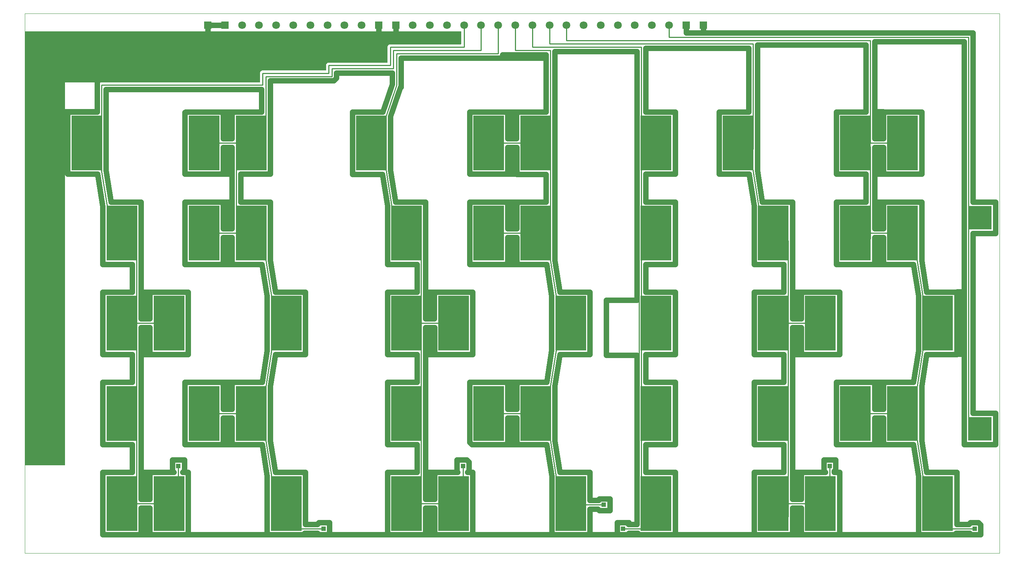
<source format=gbr>
%TF.GenerationSoftware,KiCad,Pcbnew,7.0.7*%
%TF.CreationDate,2023-10-28T12:22:14-07:00*%
%TF.ProjectId,MF50,4d463530-2e6b-4696-9361-645f70636258,rev?*%
%TF.SameCoordinates,Original*%
%TF.FileFunction,Copper,L2,Bot*%
%TF.FilePolarity,Positive*%
%FSLAX46Y46*%
G04 Gerber Fmt 4.6, Leading zero omitted, Abs format (unit mm)*
G04 Created by KiCad (PCBNEW 7.0.7) date 2023-10-28 12:22:14*
%MOMM*%
%LPD*%
G01*
G04 APERTURE LIST*
%TA.AperFunction,SMDPad,CuDef*%
%ADD10R,7.110000X12.700000*%
%TD*%
%TA.AperFunction,SMDPad,CuDef*%
%ADD11R,5.500000X5.500000*%
%TD*%
%TA.AperFunction,ComponentPad*%
%ADD12R,1.800000X1.800000*%
%TD*%
%TA.AperFunction,ComponentPad*%
%ADD13C,1.800000*%
%TD*%
%TA.AperFunction,SMDPad,CuDef*%
%ADD14R,1.000000X1.000000*%
%TD*%
%TA.AperFunction,Conductor*%
%ADD15C,0.250000*%
%TD*%
%TA.AperFunction,Conductor*%
%ADD16C,1.270000*%
%TD*%
%TA.AperFunction,Profile*%
%ADD17C,0.100000*%
%TD*%
G04 APERTURE END LIST*
D10*
%TO.P,SW4,COL,COL*%
%TO.N,COL_1*%
X199275000Y-122880000D03*
%TD*%
D11*
%TO.P,SW57,COL,COL*%
%TO.N,COL_8*%
X398190000Y-147410000D03*
%TD*%
D10*
%TO.P,SW20,COL,COL*%
%TO.N,COL_3*%
X265255000Y-122880000D03*
%TD*%
%TO.P,SW10,COL,COL*%
%TO.N,COL_2*%
X229245000Y-143810000D03*
%TD*%
%TO.P,SW27,COL,COL*%
%TO.N,COL_4*%
X284305000Y-143810000D03*
%TD*%
%TO.P,SW7,COL,COL*%
%TO.N,COL_1*%
X191145000Y-81020000D03*
%TD*%
%TO.P,SW14,COL,COL*%
%TO.N,COL_2*%
X229245000Y-101950000D03*
%TD*%
%TO.P,SW49,COL,COL*%
%TO.N,COL_7*%
X380255000Y-143810000D03*
%TD*%
%TO.P,SW1,COL,COL*%
%TO.N,COL_1*%
X199275000Y-164740000D03*
%TD*%
%TO.P,SW17,COL,COL*%
%TO.N,COL_3*%
X265255000Y-164740000D03*
%TD*%
%TO.P,SW15,COL,COL*%
%TO.N,COL_2*%
X218325000Y-81020000D03*
%TD*%
%TO.P,CAL1,COL,COL*%
%TO.N,COL_7*%
X388385000Y-164740000D03*
%TD*%
%TO.P,SW52,COL,COL*%
%TO.N,COL_7*%
X369335000Y-101950000D03*
%TD*%
%TO.P,SW41,COL,COL*%
%TO.N,COL_6*%
X350285000Y-164740000D03*
%TD*%
%TO.P,SW6,COL,COL*%
%TO.N,COL_1*%
X199275000Y-101950000D03*
%TD*%
%TO.P,SW47,COL,COL*%
%TO.N,COL_6*%
X342155000Y-81020000D03*
%TD*%
%TO.P,SW3,COL,COL*%
%TO.N,COL_1*%
X199275000Y-143810000D03*
%TD*%
%TO.P,SW29,COL,COL*%
%TO.N,COL_4*%
X284305000Y-101950000D03*
%TD*%
%TO.P,SW39,COL,COL*%
%TO.N,COL_5*%
X323105000Y-81020000D03*
%TD*%
%TO.P,SW45,COL,COL*%
%TO.N,COL_6*%
X361205000Y-122880000D03*
%TD*%
%TO.P,SW23,COL,COL*%
%TO.N,COL_3*%
X257125000Y-81020000D03*
%TD*%
%TO.P,SW43,COL,COL*%
%TO.N,COL_6*%
X350285000Y-143810000D03*
%TD*%
%TO.P,SW54,COL,COL*%
%TO.N,COL_7*%
X369335000Y-81020000D03*
%TD*%
%TO.P,SW22,COL,COL*%
%TO.N,COL_3*%
X265255000Y-101950000D03*
%TD*%
%TO.P,SW37,COL,COL*%
%TO.N,COL_5*%
X323105000Y-101950000D03*
%TD*%
%TO.P,SW50,COL,COL*%
%TO.N,COL_7*%
X369335000Y-143810000D03*
%TD*%
%TO.P,SW13,COL,COL*%
%TO.N,COL_2*%
X218325000Y-101950000D03*
%TD*%
%TO.P,SW42,COL,COL*%
%TO.N,COL_6*%
X361205000Y-164740000D03*
%TD*%
%TO.P,SW19,COL,COL*%
%TO.N,COL_3*%
X265255000Y-143810000D03*
%TD*%
%TO.P,SW21,COL,COL*%
%TO.N,COL_3*%
X276175000Y-122880000D03*
%TD*%
%TO.P,SW9,COL,COL*%
%TO.N,COL_2*%
X237375000Y-164740000D03*
%TD*%
%TO.P,SW18,COL,COL*%
%TO.N,COL_3*%
X276175000Y-164740000D03*
%TD*%
%TO.P,SW30,COL,COL*%
%TO.N,COL_4*%
X295225000Y-101950000D03*
%TD*%
%TO.P,SW55,COL,COL*%
%TO.N,COL_7*%
X380255000Y-81020000D03*
%TD*%
%TO.P,SW26,COL,COL*%
%TO.N,COL_4*%
X295225000Y-143810000D03*
%TD*%
%TO.P,SW46,COL,COL*%
%TO.N,COL_6*%
X350285000Y-101950000D03*
%TD*%
%TO.P,SW53,COL,COL*%
%TO.N,COL_7*%
X380255000Y-101950000D03*
%TD*%
%TO.P,SW31,COL,COL*%
%TO.N,COL_4*%
X284305000Y-81020000D03*
%TD*%
%TO.P,SW5,COL,COL*%
%TO.N,COL_1*%
X210195000Y-122880000D03*
%TD*%
%TO.P,SW28,COL,COL*%
%TO.N,COL_4*%
X303355000Y-122880000D03*
%TD*%
%TO.P,SW32,COL,COL*%
%TO.N,COL_4*%
X295225000Y-81020000D03*
%TD*%
%TO.P,SW12,COL,COL*%
%TO.N,COL_2*%
X237375000Y-122880000D03*
%TD*%
%TO.P,SW36,COL,COL*%
%TO.N,COL_5*%
X323105000Y-122880000D03*
%TD*%
%TO.P,SW33,COL,COL*%
%TO.N,COL_5*%
X323105000Y-164740000D03*
%TD*%
%TO.P,SW11,COL,COL*%
%TO.N,COL_2*%
X218325000Y-143810000D03*
%TD*%
%TO.P,SW25,COL,COL*%
%TO.N,COL_4*%
X303355000Y-164740000D03*
%TD*%
%TO.P,SW51,COL,COL*%
%TO.N,COL_7*%
X388385000Y-122880000D03*
%TD*%
D12*
%TO.P,J1,1,GND*%
%TO.N,GND*%
X219210000Y-53695000D03*
%TO.P,J1,2,GND*%
X223170000Y-53695000D03*
D13*
%TO.P,J1,3,ROW_1*%
%TO.N,ROW_1*%
X227130000Y-53695000D03*
%TO.P,J1,4,ROW_2*%
%TO.N,ROW_2*%
X231090000Y-53695000D03*
%TO.P,J1,5,ROW_3*%
%TO.N,ROW_3*%
X235050000Y-53695000D03*
%TO.P,J1,6,ROW_4*%
%TO.N,ROW_4*%
X239010000Y-53695000D03*
%TO.P,J1,7,ROW_5*%
%TO.N,ROW_5*%
X242970000Y-53695000D03*
%TO.P,J1,8,ROW_6*%
%TO.N,ROW_6*%
X246930000Y-53695000D03*
%TO.P,J1,9,ROW_7*%
%TO.N,ROW_7*%
X250890000Y-53695000D03*
%TO.P,J1,10,ROW_8*%
%TO.N,ROW_8*%
X254850000Y-53695000D03*
D12*
%TO.P,J1,11,GND*%
%TO.N,GND*%
X258810000Y-53695000D03*
%TO.P,J1,12,GND*%
X262770000Y-53695000D03*
D13*
%TO.P,J1,13,COL_1*%
%TO.N,unconnected-(J1-COL_1-Pad13)*%
X266730000Y-53695000D03*
%TO.P,J1,14,COL_2*%
%TO.N,unconnected-(J1-COL_2-Pad14)*%
X270690000Y-53695000D03*
%TO.P,J1,15,COL_3*%
%TO.N,unconnected-(J1-COL_3-Pad15)*%
X274650000Y-53695000D03*
%TO.P,J1,16,COL_4*%
%TO.N,COL_1*%
X278610000Y-53695000D03*
%TO.P,J1,17,COL_5*%
%TO.N,COL_2*%
X282570000Y-53695000D03*
%TO.P,J1,18,COL_6*%
%TO.N,COL_3*%
X286530000Y-53695000D03*
%TO.P,J1,19,COL_7*%
%TO.N,COL_4*%
X290490000Y-53695000D03*
%TO.P,J1,20,COL_8*%
%TO.N,COL_5*%
X294450000Y-53665000D03*
%TO.P,J1,21,COL_9*%
%TO.N,COL_6*%
X298410000Y-53665000D03*
%TO.P,J1,22,COL_A*%
%TO.N,COL_7*%
X302370000Y-53665000D03*
%TO.P,J1,23,COL_B*%
%TO.N,unconnected-(J1-COL_B-Pad23)*%
X306330000Y-53665000D03*
%TO.P,J1,24,COL_C*%
%TO.N,unconnected-(J1-COL_C-Pad24)*%
X310290000Y-53665000D03*
%TO.P,J1,25,COL_D*%
%TO.N,unconnected-(J1-COL_D-Pad25)*%
X314250000Y-53665000D03*
%TO.P,J1,26,COL_E*%
%TO.N,unconnected-(J1-COL_E-Pad26)*%
X318210000Y-53665000D03*
%TO.P,J1,27,COL_F*%
%TO.N,unconnected-(J1-COL_F-Pad27)*%
X322170000Y-53665000D03*
%TO.P,J1,28,COL_G*%
%TO.N,COL_8*%
X326130000Y-53665000D03*
D12*
%TO.P,J1,29,GND*%
%TO.N,GND*%
X330090000Y-53665000D03*
%TO.P,J1,30,GND*%
X334050000Y-53665000D03*
%TD*%
D10*
%TO.P,SW34,COL,COL*%
%TO.N,COL_5*%
X323105000Y-143810000D03*
%TD*%
%TO.P,SW44,COL,COL*%
%TO.N,COL_6*%
X350285000Y-122880000D03*
%TD*%
%TO.P,SW2,COL,COL*%
%TO.N,COL_1*%
X210195000Y-164740000D03*
%TD*%
D11*
%TO.P,SW61,COL,COL*%
%TO.N,COL_8*%
X398190000Y-98350000D03*
%TD*%
D10*
%TO.P,SW16,COL,COL*%
%TO.N,COL_2*%
X229245000Y-81020000D03*
%TD*%
D14*
%TO.P,TP9,1,1*%
%TO.N,COL_1*%
X212370000Y-156000000D03*
%TD*%
%TO.P,TP14,1,1*%
%TO.N,COL_6*%
X363380000Y-156000000D03*
%TD*%
%TO.P,TP13,1,1*%
%TO.N,COL_5*%
X315460000Y-170580000D03*
%TD*%
%TO.P,TP10,1,1*%
%TO.N,COL_2*%
X246000000Y-170580000D03*
%TD*%
%TO.P,TP12,1,1*%
%TO.N,COL_4*%
X311000000Y-165000000D03*
%TD*%
%TO.P,TP11,1,1*%
%TO.N,COL_3*%
X278350000Y-156000000D03*
%TD*%
%TO.P,TP15,1,1*%
%TO.N,COL_7*%
X397000000Y-170580000D03*
%TD*%
D15*
%TO.N,COL_7*%
X369335000Y-101950000D02*
X380400000Y-101950000D01*
X372760000Y-81090000D02*
X372760000Y-57250000D01*
X386113079Y-122010885D02*
X383370000Y-139330000D01*
X372760000Y-57250000D02*
X302370000Y-57250000D01*
X302370000Y-53665000D02*
X302370000Y-57250000D01*
X383068460Y-104520442D02*
X385811539Y-121839557D01*
X369335000Y-81020000D02*
X380400000Y-81020000D01*
X372760000Y-81885000D02*
X372760000Y-103270000D01*
X397000000Y-170580000D02*
X388980000Y-170580000D01*
X383178460Y-147070442D02*
X385921539Y-164389557D01*
X369335000Y-143810000D02*
X380240000Y-143810000D01*
D16*
%TO.N,GND*%
X327545000Y-151045000D02*
X320689000Y-151045000D01*
X337715000Y-73785000D02*
X344570000Y-73785000D01*
X262770000Y-53695000D02*
X262770000Y-56660000D01*
X346600000Y-87430000D02*
X347750000Y-94715000D01*
X375800000Y-151030000D02*
X375800000Y-144820000D01*
X261990000Y-64760000D02*
X261990000Y-67400298D01*
X271735000Y-115645000D02*
X271730000Y-115650000D01*
X375810000Y-109180000D02*
X375810000Y-102960000D01*
X352700000Y-136575000D02*
X352700000Y-130115000D01*
X327545000Y-157505000D02*
X327545000Y-171975000D01*
X193650000Y-88255000D02*
X194830000Y-95710000D01*
X264010000Y-61260000D02*
X297640000Y-61260000D01*
X194835000Y-171975000D02*
X203715000Y-171975000D01*
X365645000Y-157505000D02*
X365645000Y-171975000D01*
X222765000Y-82030000D02*
X222765000Y-88255000D01*
X373775000Y-151045000D02*
X375815000Y-151045000D01*
X201690000Y-130115000D02*
X201690000Y-136575000D01*
X373775000Y-136575000D02*
X373775000Y-142795000D01*
X249020000Y-64760000D02*
X261990000Y-64760000D01*
X231774225Y-136575000D02*
X232930000Y-129250000D01*
X194835000Y-157505000D02*
X194835000Y-171975000D01*
X271735000Y-130115000D02*
X269860000Y-130115000D01*
X306315000Y-171975000D02*
X300565000Y-171975000D01*
X263515000Y-171975000D02*
X260815000Y-171975000D01*
X297640000Y-73785000D02*
X297640000Y-61260000D01*
X299665000Y-150200000D02*
X300830000Y-157500000D01*
X309600000Y-166010000D02*
X307800000Y-166010000D01*
X297640000Y-61260000D02*
X297640000Y-60510000D01*
X373780000Y-142800000D02*
X375810000Y-142800000D01*
X260815000Y-109185000D02*
X260815000Y-95540000D01*
X280380000Y-151045000D02*
X279865000Y-150530000D01*
X269695000Y-165750000D02*
X269695000Y-171975000D01*
X205755000Y-121870000D02*
X203720000Y-121870000D01*
X271735000Y-130115000D02*
X280615000Y-130115000D01*
X247385000Y-171935000D02*
X247385000Y-169195000D01*
X262735000Y-94715000D02*
X262730000Y-94710000D01*
X297750000Y-151050000D02*
X290790000Y-151050000D01*
X307795000Y-171975000D02*
X306315000Y-171975000D01*
X375815000Y-151045000D02*
X375800000Y-151030000D01*
X373775000Y-144820000D02*
X373775000Y-151045000D01*
X233715000Y-171975000D02*
X232935000Y-171975000D01*
X290780000Y-100940000D02*
X290785000Y-100935000D01*
X345840000Y-95590000D02*
X344680000Y-88255000D01*
X203720000Y-115660000D02*
X203720000Y-94720000D01*
X334085000Y-53665000D02*
X334090000Y-53670000D01*
X261565000Y-87350000D02*
X261565000Y-74810131D01*
X401825000Y-94715000D02*
X401825000Y-101985000D01*
X233685000Y-94715000D02*
X226830000Y-94715000D01*
X392840000Y-169570000D02*
X395610000Y-169570000D01*
X320685000Y-115645000D02*
X327545000Y-115645000D01*
X224805000Y-109185000D02*
X224805000Y-102970000D01*
X271730000Y-115650000D02*
X271730000Y-121870000D01*
X383940000Y-116510000D02*
X382784664Y-109185000D01*
X298915000Y-171975000D02*
X298915000Y-158380000D01*
X222765000Y-73785000D02*
X222770000Y-73790000D01*
X222765000Y-144820000D02*
X222765000Y-151045000D01*
X316700000Y-169570000D02*
X318650000Y-169570000D01*
X201690000Y-151045000D02*
X201690000Y-157505000D01*
X327545000Y-88255000D02*
X320690000Y-88255000D01*
X397880000Y-169195000D02*
X398385000Y-169700000D01*
X298910000Y-129200000D02*
X298910000Y-116484603D01*
X195590000Y-87330000D02*
X195590000Y-68600000D01*
X252685000Y-73785000D02*
X259782129Y-73785000D01*
X247345000Y-171975000D02*
X263515000Y-171975000D01*
X224795000Y-136575000D02*
X224800000Y-136580000D01*
X300565000Y-171975000D02*
X298915000Y-171975000D01*
X327545000Y-94715000D02*
X327545000Y-109185000D01*
X205750000Y-130110000D02*
X203740000Y-130110000D01*
X385860000Y-115645000D02*
X392825000Y-115645000D01*
X383940000Y-129235000D02*
X383940000Y-116510000D01*
X290780000Y-73790000D02*
X290785000Y-73785000D01*
X219210000Y-53695000D02*
X219210000Y-56240000D01*
X316095000Y-171975000D02*
X321115000Y-171975000D01*
X232935000Y-171975000D02*
X232935000Y-158360000D01*
X203720000Y-94720000D02*
X203715000Y-94715000D01*
X288745000Y-136575000D02*
X290785000Y-136575000D01*
X365645000Y-157505000D02*
X364380000Y-157505000D01*
X259660000Y-88260000D02*
X252690000Y-88260000D01*
X222765000Y-142800000D02*
X224800000Y-142800000D01*
X384695000Y-73785000D02*
X384695000Y-88255000D01*
X344680000Y-88255000D02*
X337715000Y-88255000D01*
X194830000Y-95710000D02*
X194830000Y-109180000D01*
X279865000Y-73865000D02*
X279945000Y-73785000D01*
X232930000Y-129250000D02*
X232930000Y-116525000D01*
X186705000Y-73785000D02*
X186705000Y-88255000D01*
X364900000Y-73780000D02*
X371750000Y-73780000D01*
X398375000Y-171975000D02*
X395805000Y-171975000D01*
X288750000Y-109180000D02*
X290780000Y-109180000D01*
X288745000Y-142800000D02*
X290785000Y-142800000D01*
X279865000Y-88255000D02*
X279865000Y-73865000D01*
X224805000Y-136575000D02*
X231774225Y-136575000D01*
X356765000Y-130115000D02*
X354860000Y-130115000D01*
X224805000Y-102970000D02*
X224795000Y-102960000D01*
X373780000Y-94810000D02*
X373780000Y-96750000D01*
X345845000Y-109185000D02*
X345840000Y-109180000D01*
X375815000Y-109185000D02*
X375810000Y-109180000D01*
X352700000Y-109185000D02*
X345845000Y-109185000D01*
X320684000Y-136569000D02*
X320690000Y-136575000D01*
X224810000Y-151050000D02*
X224805000Y-151045000D01*
X375805000Y-136575000D02*
X375810000Y-136580000D01*
X364895000Y-94715000D02*
X371750000Y-94715000D01*
X279360000Y-157500000D02*
X279735000Y-157125000D01*
X384695000Y-137440000D02*
X384695000Y-150175000D01*
X383955000Y-171975000D02*
X383940000Y-171960000D01*
X311560000Y-130280000D02*
X311540000Y-130300000D01*
X327545000Y-73785000D02*
X327540000Y-73780000D01*
X327545000Y-136575000D02*
X327545000Y-151045000D01*
X205755000Y-157505000D02*
X211350000Y-157505000D01*
X213885000Y-94715000D02*
X222765000Y-94715000D01*
X290790000Y-109190000D02*
X290785000Y-109185000D01*
X260815000Y-171975000D02*
X260815000Y-157505000D01*
X297750000Y-109190000D02*
X290790000Y-109190000D01*
X373790000Y-100940000D02*
X375810000Y-100940000D01*
X205755000Y-157505000D02*
X205755000Y-163730000D01*
X213755000Y-154615000D02*
X213755000Y-157125000D01*
X195580000Y-68590000D02*
X195590000Y-68580000D01*
X203720000Y-121870000D02*
X203720000Y-115660000D01*
X233685000Y-66580000D02*
X248418356Y-66580000D01*
X320689000Y-130115000D02*
X320684000Y-130120000D01*
X271735000Y-165750000D02*
X269695000Y-165750000D01*
X320684000Y-151050000D02*
X320684000Y-157499000D01*
X267665000Y-136575000D02*
X267670000Y-136570000D01*
X375800000Y-80010000D02*
X375800000Y-73800000D01*
X271730000Y-115650000D02*
X269695000Y-115650000D01*
X269695000Y-171975000D02*
X271735000Y-171975000D01*
X352700000Y-157505000D02*
X352700000Y-151045000D01*
X241815000Y-157505000D02*
X241810000Y-157500000D01*
X222770000Y-73790000D02*
X224800000Y-73790000D01*
X375810000Y-100940000D02*
X375810000Y-94720000D01*
X288745000Y-94715000D02*
X290785000Y-94715000D01*
X346600000Y-87430000D02*
X346600000Y-58260000D01*
X298910000Y-116484603D02*
X297750000Y-109190000D01*
X354730000Y-121870000D02*
X356765000Y-121870000D01*
X320689000Y-151045000D02*
X320684000Y-151050000D01*
X311540000Y-130300000D02*
X311540000Y-117480000D01*
X219210000Y-53695000D02*
X223185000Y-53695000D01*
X361995000Y-157160000D02*
X361995000Y-154615000D01*
X222765000Y-136575000D02*
X222765000Y-142800000D01*
X205755000Y-171975000D02*
X214635000Y-171975000D01*
X196740000Y-94715000D02*
X195590000Y-87330000D01*
X299665000Y-108320000D02*
X300830000Y-115640000D01*
X354725000Y-157510000D02*
X354725000Y-163725000D01*
X327545000Y-115645000D02*
X327545000Y-130115000D01*
X232930000Y-116525000D02*
X232935000Y-116520000D01*
X375815000Y-88255000D02*
X375810000Y-88250000D01*
X224805000Y-144820000D02*
X222765000Y-144820000D01*
X263858936Y-68176548D02*
X264010000Y-68025484D01*
X375810000Y-136580000D02*
X375820000Y-136570000D01*
X224805000Y-100940000D02*
X224805000Y-94710000D01*
X271735000Y-157505000D02*
X269700000Y-157505000D01*
X299670000Y-137370000D02*
X299670000Y-150195000D01*
X320684000Y-157499000D02*
X320690000Y-157505000D01*
X261565000Y-74810131D02*
X263858936Y-68176548D01*
X205755000Y-157505000D02*
X203735000Y-157505000D01*
X364765000Y-154615000D02*
X364765000Y-157250000D01*
X356765000Y-115645000D02*
X354905000Y-115645000D01*
X276965000Y-154615000D02*
X276965000Y-157385000D01*
X354730000Y-157505000D02*
X354725000Y-157510000D01*
X392825000Y-130115000D02*
X392820000Y-130120000D01*
X222765000Y-88255000D02*
X213885000Y-88255000D01*
X280615000Y-157505000D02*
X279365000Y-157505000D01*
X364895000Y-73785000D02*
X364900000Y-73780000D01*
X364380000Y-157505000D02*
X364380000Y-157270000D01*
X373775000Y-109185000D02*
X364895000Y-109185000D01*
X213885000Y-109185000D02*
X213885000Y-94715000D01*
X222770000Y-102960000D02*
X222770000Y-109180000D01*
X279735000Y-157125000D02*
X279735000Y-155130000D01*
X201690000Y-109190000D02*
X201690000Y-115645000D01*
X203720000Y-163730000D02*
X203720000Y-157520000D01*
X345845000Y-171955000D02*
X345845000Y-157505000D01*
X318664000Y-117480000D02*
X318664000Y-59760000D01*
X203720000Y-130090000D02*
X203720000Y-123890000D01*
X194835000Y-136575000D02*
X194835000Y-151045000D01*
X371750000Y-94715000D02*
X371750000Y-88255000D01*
X205755000Y-115645000D02*
X203735000Y-115645000D01*
X248418356Y-66580000D02*
X249020000Y-65978356D01*
X247345000Y-171975000D02*
X247385000Y-171935000D01*
X327545000Y-109185000D02*
X320689000Y-109185000D01*
X271730000Y-121870000D02*
X269700000Y-121870000D01*
X356765000Y-157505000D02*
X354730000Y-157505000D01*
X398385000Y-169700000D02*
X398385000Y-171965000D01*
X356750000Y-171960000D02*
X356765000Y-171975000D01*
X354725000Y-171975000D02*
X356765000Y-171975000D01*
X194840000Y-109190000D02*
X201690000Y-109190000D01*
X373775000Y-142795000D02*
X373780000Y-142800000D01*
X269695000Y-171975000D02*
X263515000Y-171975000D01*
X395770000Y-171745000D02*
X395770000Y-171590000D01*
X352700000Y-115645000D02*
X352700000Y-109185000D01*
X258810000Y-53695000D02*
X258810000Y-56560000D01*
X334050000Y-53665000D02*
X334050000Y-55490000D01*
X244600000Y-169570000D02*
X241820000Y-169570000D01*
X290785000Y-142800000D02*
X290785000Y-136575000D01*
X203715000Y-171975000D02*
X205755000Y-171975000D01*
X290785000Y-144820000D02*
X288745000Y-144820000D01*
X371750000Y-73780000D02*
X371750000Y-58260000D01*
X396580000Y-101990000D02*
X396580000Y-143775000D01*
X394555000Y-151045000D02*
X394555000Y-57510000D01*
X356765000Y-123890000D02*
X354725000Y-123890000D01*
X345845000Y-157505000D02*
X352700000Y-157505000D01*
X320690000Y-94715000D02*
X327545000Y-94715000D01*
X222765000Y-136575000D02*
X224795000Y-136575000D01*
X356765000Y-130115000D02*
X356765000Y-123890000D01*
X214635000Y-171975000D02*
X214635000Y-157505000D01*
X232935000Y-116520000D02*
X231770000Y-109190000D01*
X318665000Y-171975000D02*
X321115000Y-171975000D01*
X288750000Y-109180000D02*
X288745000Y-109185000D01*
X356765000Y-171975000D02*
X363165000Y-171975000D01*
X224800000Y-73790000D02*
X224800000Y-80010000D01*
X384695000Y-94715000D02*
X384700000Y-94720000D01*
X306315000Y-171975000D02*
X314145000Y-171975000D01*
X290785000Y-88255000D02*
X290785000Y-82030000D01*
X354730000Y-94720000D02*
X354730000Y-115820000D01*
X401825000Y-143775000D02*
X401825000Y-151045000D01*
X279945000Y-73785000D02*
X288745000Y-73785000D01*
X267670000Y-151050000D02*
X260820000Y-151050000D01*
X345845000Y-115645000D02*
X352700000Y-115645000D01*
X280615000Y-171975000D02*
X300565000Y-171975000D01*
X299665000Y-59760000D02*
X299665000Y-108320000D01*
X213885000Y-136575000D02*
X222765000Y-136575000D01*
X194835000Y-130115000D02*
X201690000Y-130115000D01*
X297640000Y-88260000D02*
X290790000Y-88260000D01*
X222765000Y-109185000D02*
X213885000Y-109185000D01*
X201690000Y-157505000D02*
X194835000Y-157505000D01*
X309975000Y-166385000D02*
X309600000Y-166010000D01*
X307790000Y-157500000D02*
X307800000Y-157510000D01*
X316610000Y-169480000D02*
X316700000Y-169570000D01*
X239395000Y-171975000D02*
X245175000Y-171975000D01*
X193560000Y-73785000D02*
X193560000Y-65620000D01*
X364895000Y-109185000D02*
X364895000Y-94715000D01*
X279220000Y-154615000D02*
X276965000Y-154615000D01*
X383940000Y-158400000D02*
X382780000Y-151045000D01*
X383955000Y-171975000D02*
X390885000Y-171975000D01*
X382780000Y-151045000D02*
X375815000Y-151045000D01*
X234850000Y-115640000D02*
X233685000Y-108320000D01*
X395985000Y-169195000D02*
X397880000Y-169195000D01*
X309760000Y-163990000D02*
X309840000Y-163910000D01*
X385860000Y-157505000D02*
X392825000Y-157505000D01*
X356765000Y-115645000D02*
X365645000Y-115645000D01*
X320690000Y-88255000D02*
X320690000Y-94715000D01*
X288745000Y-151045000D02*
X280380000Y-151045000D01*
X195590000Y-68600000D02*
X195580000Y-68590000D01*
X290785000Y-73785000D02*
X297640000Y-73785000D01*
X288745000Y-73785000D02*
X288745000Y-80005000D01*
X244975000Y-169195000D02*
X244600000Y-169570000D01*
X384700000Y-108350000D02*
X385860000Y-115645000D01*
X345845000Y-130115000D02*
X345845000Y-115645000D01*
X314075000Y-169195000D02*
X314075000Y-171905000D01*
X233685000Y-88255000D02*
X233685000Y-66580000D01*
X373780000Y-96750000D02*
X373775000Y-96755000D01*
X384700000Y-150180000D02*
X385860000Y-157505000D01*
X203715000Y-171975000D02*
X203715000Y-165750000D01*
X213385000Y-157505000D02*
X214635000Y-157505000D01*
X241815000Y-115645000D02*
X241810000Y-115640000D01*
X269695000Y-157500000D02*
X269695000Y-130280000D01*
X224800000Y-109180000D02*
X224810000Y-109190000D01*
X373775000Y-109185000D02*
X375815000Y-109185000D01*
X213755000Y-157125000D02*
X213380000Y-157500000D01*
X392825000Y-157505000D02*
X392825000Y-169555000D01*
X280615000Y-130115000D02*
X280615000Y-115645000D01*
X395610000Y-169570000D02*
X395985000Y-169195000D01*
X395770000Y-171590000D02*
X392680000Y-171590000D01*
X290785000Y-109185000D02*
X290785000Y-102960000D01*
X222770000Y-109180000D02*
X222765000Y-109185000D01*
X395805000Y-171975000D02*
X390885000Y-171975000D01*
X373775000Y-96755000D02*
X373775000Y-100930000D01*
X354725000Y-171975000D02*
X354725000Y-165765000D01*
X384695000Y-88255000D02*
X375815000Y-88255000D01*
X401825000Y-101985000D02*
X401820000Y-101990000D01*
X222765000Y-94715000D02*
X224800000Y-94715000D01*
X203735000Y-157505000D02*
X203720000Y-157520000D01*
X288745000Y-94715000D02*
X288750000Y-94720000D01*
X356760000Y-163730000D02*
X356760000Y-157510000D01*
X365645000Y-115645000D02*
X365645000Y-130115000D01*
X213885000Y-88255000D02*
X213885000Y-73915000D01*
X345825000Y-171975000D02*
X354725000Y-171975000D01*
X290790000Y-88260000D02*
X290785000Y-88255000D01*
X314145000Y-171975000D02*
X316095000Y-171975000D01*
X354725000Y-165765000D02*
X354740000Y-165750000D01*
X241815000Y-169565000D02*
X241815000Y-157505000D01*
X373775000Y-151045000D02*
X364895000Y-151045000D01*
X334050000Y-55490000D02*
X330090000Y-55490000D01*
X245175000Y-171975000D02*
X247345000Y-171975000D01*
X222765000Y-100940000D02*
X224805000Y-100940000D01*
X259782129Y-73785000D02*
X261990000Y-67400298D01*
X375815000Y-73785000D02*
X384695000Y-73785000D01*
X300830000Y-115640000D02*
X307790000Y-115640000D01*
X232935000Y-158360000D02*
X231780000Y-151050000D01*
X375810000Y-94720000D02*
X373870000Y-94720000D01*
X205755000Y-163730000D02*
X203720000Y-163730000D01*
X269695000Y-121865000D02*
X269695000Y-115650000D01*
X395805000Y-171780000D02*
X395770000Y-171745000D01*
X318650000Y-169570000D02*
X318664000Y-169556000D01*
X231650000Y-68580000D02*
X231660000Y-68590000D01*
X354725000Y-129980000D02*
X354725000Y-157510000D01*
X186705000Y-73785000D02*
X193560000Y-73785000D01*
X233685000Y-108320000D02*
X233685000Y-94715000D01*
X363165000Y-171975000D02*
X383955000Y-171975000D01*
X214635000Y-130115000D02*
X214635000Y-115645000D01*
X352700000Y-130115000D02*
X345845000Y-130115000D01*
X356765000Y-157505000D02*
X362340000Y-157505000D01*
X373775000Y-102960000D02*
X373775000Y-109185000D01*
X373780000Y-80010000D02*
X375800000Y-80010000D01*
X362340000Y-157505000D02*
X361995000Y-157160000D01*
X288745000Y-144820000D02*
X288745000Y-151045000D01*
X290785000Y-151045000D02*
X290785000Y-144820000D01*
X307795000Y-163980000D02*
X307805000Y-163990000D01*
X226830000Y-94715000D02*
X226830000Y-88255000D01*
X247345000Y-171975000D02*
X247865000Y-171975000D01*
X226830000Y-88255000D02*
X233685000Y-88255000D01*
X354730000Y-163730000D02*
X356760000Y-163730000D01*
X264010000Y-68025484D02*
X264010000Y-61260000D01*
X375815000Y-94715000D02*
X384695000Y-94715000D01*
X307800000Y-163975000D02*
X307795000Y-163980000D01*
X288745000Y-73785000D02*
X290775000Y-73785000D01*
X320690000Y-157505000D02*
X327545000Y-157505000D01*
X307805000Y-163990000D02*
X309760000Y-163990000D01*
X279365000Y-157505000D02*
X279360000Y-157500000D01*
X290790000Y-151050000D02*
X290785000Y-151045000D01*
X375810000Y-94720000D02*
X375815000Y-94715000D01*
X205755000Y-130115000D02*
X214635000Y-130115000D01*
X288745000Y-80005000D02*
X288750000Y-80010000D01*
X288750000Y-94720000D02*
X288750000Y-100940000D01*
X398385000Y-171965000D02*
X398375000Y-171975000D01*
X260815000Y-115645000D02*
X267670000Y-115645000D01*
X222770000Y-73790000D02*
X222770000Y-80010000D01*
X269695000Y-94715000D02*
X262735000Y-94715000D01*
X267670000Y-130120000D02*
X260820000Y-130120000D01*
X373870000Y-94720000D02*
X373780000Y-94810000D01*
X318664000Y-59760000D02*
X299665000Y-59760000D01*
X242410000Y-171590000D02*
X241660000Y-171590000D01*
X214015000Y-73785000D02*
X222765000Y-73785000D01*
X307795000Y-166015000D02*
X307795000Y-171975000D01*
X347750000Y-94715000D02*
X354725000Y-94715000D01*
X327545000Y-130115000D02*
X320689000Y-130115000D01*
X364895000Y-136575000D02*
X373775000Y-136575000D01*
X297640000Y-94715000D02*
X297640000Y-88260000D01*
X247865000Y-171975000D02*
X247875000Y-171965000D01*
X309760000Y-163845000D02*
X309990000Y-163615000D01*
X384695000Y-150175000D02*
X384700000Y-150180000D01*
X195590000Y-68580000D02*
X231650000Y-68580000D01*
X244600000Y-171590000D02*
X242410000Y-171590000D01*
X316465000Y-171975000D02*
X316850000Y-171590000D01*
X309760000Y-163990000D02*
X309760000Y-163845000D01*
X320689000Y-109185000D02*
X320684000Y-109190000D01*
X194835000Y-151045000D02*
X201690000Y-151045000D01*
X395805000Y-171975000D02*
X395805000Y-171780000D01*
X288745000Y-88255000D02*
X290785000Y-88255000D01*
X356765000Y-121870000D02*
X356765000Y-115645000D01*
X224800000Y-136580000D02*
X224805000Y-136575000D01*
X344570000Y-73785000D02*
X344570000Y-59010000D01*
X269695000Y-163730000D02*
X269695000Y-157500000D01*
X222765000Y-151045000D02*
X224805000Y-151045000D01*
X298915000Y-158380000D02*
X297750000Y-151050000D01*
X337715000Y-88255000D02*
X337715000Y-73785000D01*
X252690000Y-88260000D02*
X252685000Y-88255000D01*
X345825000Y-171975000D02*
X345845000Y-171955000D01*
X316095000Y-171975000D02*
X316465000Y-171975000D01*
X224810000Y-73780000D02*
X224800000Y-73790000D01*
X375810000Y-142800000D02*
X375810000Y-136580000D01*
X364380000Y-157270000D02*
X364360000Y-157250000D01*
X205755000Y-165750000D02*
X205755000Y-171975000D01*
X279865000Y-109185000D02*
X279865000Y-94715000D01*
X252685000Y-88255000D02*
X252685000Y-73785000D01*
X222770000Y-109180000D02*
X224800000Y-109180000D01*
X316845000Y-169195000D02*
X316845000Y-169480000D01*
X318664000Y-171974000D02*
X318665000Y-171975000D01*
X373780000Y-57510000D02*
X394555000Y-57510000D01*
X354905000Y-115645000D02*
X354730000Y-115820000D01*
X224805000Y-151045000D02*
X224805000Y-144820000D01*
X210985000Y-154615000D02*
X213755000Y-154615000D01*
X288745000Y-136575000D02*
X288745000Y-142800000D01*
X210985000Y-157140000D02*
X210985000Y-154615000D01*
X224805000Y-88270000D02*
X224805000Y-82030000D01*
X194830000Y-109180000D02*
X194840000Y-109190000D01*
X239395000Y-171975000D02*
X233715000Y-171975000D01*
X354725000Y-163725000D02*
X354730000Y-163730000D01*
X297750000Y-136575000D02*
X298910000Y-129200000D01*
X222765000Y-88255000D02*
X224790000Y-88255000D01*
X373780000Y-82030000D02*
X373780000Y-94810000D01*
X280615000Y-171975000D02*
X280615000Y-157505000D01*
X279735000Y-155130000D02*
X279220000Y-154615000D01*
X276965000Y-157385000D02*
X277085000Y-157505000D01*
X356750000Y-165750000D02*
X356750000Y-171960000D01*
X279865000Y-150530000D02*
X279865000Y-136575000D01*
X354725000Y-94715000D02*
X354730000Y-94720000D01*
X203715000Y-165750000D02*
X205755000Y-165750000D01*
X224805000Y-82030000D02*
X222765000Y-82030000D01*
X269695000Y-130280000D02*
X269695000Y-123890000D01*
X231780000Y-151050000D02*
X224810000Y-151050000D01*
X231660000Y-73780000D02*
X224810000Y-73780000D01*
X373775000Y-100930000D02*
X373780000Y-100930000D01*
X290780000Y-109180000D02*
X290785000Y-109185000D01*
X320684000Y-73780000D02*
X320684000Y-59010000D01*
X234850000Y-157500000D02*
X233685000Y-150160000D01*
X224810000Y-109190000D02*
X224805000Y-109185000D01*
X288745000Y-151045000D02*
X290785000Y-151045000D01*
X277085000Y-157505000D02*
X271735000Y-157505000D01*
X205750000Y-130110000D02*
X205755000Y-130115000D01*
X224805000Y-94710000D02*
X224805000Y-88270000D01*
X364895000Y-88255000D02*
X364895000Y-73785000D01*
X383945000Y-129240000D02*
X383940000Y-129235000D01*
X203715000Y-94715000D02*
X196740000Y-94715000D01*
X311540000Y-117480000D02*
X318664000Y-117480000D01*
X327545000Y-171975000D02*
X326695000Y-171975000D01*
X211350000Y-157505000D02*
X210985000Y-157140000D01*
X201690000Y-136575000D02*
X194835000Y-136575000D01*
X307790000Y-115640000D02*
X307795000Y-115645000D01*
X233685000Y-150160000D02*
X233690000Y-150155000D01*
X224790000Y-88255000D02*
X224805000Y-88270000D01*
X290775000Y-73785000D02*
X290780000Y-73790000D01*
X280615000Y-115645000D02*
X271735000Y-115645000D01*
X288745000Y-88255000D02*
X279865000Y-88255000D01*
X205750000Y-123890000D02*
X205750000Y-130110000D01*
X297640000Y-60510000D02*
X287540000Y-60510000D01*
X288750000Y-80010000D02*
X290780000Y-80010000D01*
X361995000Y-154615000D02*
X364765000Y-154615000D01*
X260820000Y-130120000D02*
X260815000Y-130115000D01*
X392825000Y-169555000D02*
X392840000Y-169570000D01*
X260815000Y-130115000D02*
X260815000Y-115645000D01*
X267670000Y-115645000D02*
X267670000Y-109190000D01*
X260820000Y-151050000D02*
X260815000Y-151045000D01*
X375810000Y-82030000D02*
X373780000Y-82030000D01*
X203720000Y-157520000D02*
X203720000Y-130090000D01*
X244985000Y-171975000D02*
X244600000Y-171590000D01*
X213885000Y-73915000D02*
X214015000Y-73785000D01*
X214635000Y-115645000D02*
X205755000Y-115645000D01*
X320684000Y-115644000D02*
X320685000Y-115645000D01*
X307800000Y-157510000D02*
X307800000Y-163975000D01*
X396580000Y-94710000D02*
X396585000Y-94715000D01*
X260815000Y-157505000D02*
X267670000Y-157505000D01*
X260820000Y-109190000D02*
X260815000Y-109185000D01*
X233690000Y-150155000D02*
X233690000Y-137470000D01*
X375800000Y-144820000D02*
X373775000Y-144820000D01*
X267670000Y-136570000D02*
X267670000Y-130120000D01*
X224795000Y-102960000D02*
X222770000Y-102960000D01*
X326695000Y-171975000D02*
X321115000Y-171975000D01*
X271735000Y-123890000D02*
X271735000Y-130115000D01*
X327540000Y-73780000D02*
X320684000Y-73780000D01*
X382784664Y-109185000D02*
X375815000Y-109185000D01*
X307800000Y-166010000D02*
X307795000Y-166015000D01*
X385860000Y-130120000D02*
X384695000Y-137440000D01*
X354740000Y-165750000D02*
X356750000Y-165750000D01*
X234850000Y-130115000D02*
X241815000Y-130115000D01*
X279865000Y-94715000D02*
X288745000Y-94715000D01*
X327545000Y-88255000D02*
X327545000Y-73785000D01*
X375810000Y-102960000D02*
X373775000Y-102960000D01*
X213380000Y-157500000D02*
X213385000Y-157505000D01*
X260815000Y-95540000D02*
X259660000Y-88260000D01*
X269695000Y-123890000D02*
X271735000Y-123890000D01*
X205755000Y-115645000D02*
X205755000Y-121870000D01*
X262730000Y-94710000D02*
X261565000Y-87350000D01*
X186705000Y-88255000D02*
X193650000Y-88255000D01*
D15*
X319170000Y-117300000D02*
X319170000Y-130400000D01*
D16*
X203735000Y-115645000D02*
X203720000Y-115660000D01*
X290785000Y-94715000D02*
X297640000Y-94715000D01*
X392825000Y-115645000D02*
X392825000Y-130115000D01*
X290780000Y-80010000D02*
X290780000Y-73790000D01*
X320684000Y-130120000D02*
X320684000Y-136569000D01*
X288745000Y-82030000D02*
X288745000Y-88255000D01*
X231770000Y-109190000D02*
X224810000Y-109190000D01*
X371750000Y-88255000D02*
X364895000Y-88255000D01*
X382780000Y-136570000D02*
X383945000Y-129240000D01*
X392820000Y-130120000D02*
X385860000Y-130120000D01*
X396585000Y-94715000D02*
X401825000Y-94715000D01*
X267670000Y-109190000D02*
X260820000Y-109190000D01*
X345845000Y-136575000D02*
X352700000Y-136575000D01*
X280615000Y-171975000D02*
X271735000Y-171975000D01*
X233690000Y-137470000D02*
X234850000Y-130115000D01*
X271735000Y-163730000D02*
X269695000Y-163730000D01*
X201690000Y-115645000D02*
X194835000Y-115645000D01*
X299670000Y-150195000D02*
X299665000Y-150200000D01*
X269695000Y-115650000D02*
X269695000Y-94715000D01*
X365645000Y-130115000D02*
X356765000Y-130115000D01*
X271735000Y-157505000D02*
X271735000Y-163730000D01*
X314075000Y-171905000D02*
X314145000Y-171975000D01*
X224800000Y-142800000D02*
X224800000Y-136580000D01*
X222765000Y-94715000D02*
X222765000Y-100940000D01*
X373775000Y-136575000D02*
X375805000Y-136575000D01*
X309990000Y-163615000D02*
X312385000Y-163615000D01*
X260815000Y-151045000D02*
X260815000Y-136575000D01*
X231660000Y-68590000D02*
X231660000Y-73780000D01*
X288745000Y-109185000D02*
X279865000Y-109185000D01*
X320690000Y-136575000D02*
X327545000Y-136575000D01*
X307795000Y-115645000D02*
X307795000Y-130115000D01*
X222765000Y-151045000D02*
X213885000Y-151045000D01*
X249020000Y-65978356D02*
X249020000Y-64760000D01*
X271735000Y-171975000D02*
X271735000Y-165750000D01*
X288750000Y-100940000D02*
X290780000Y-100940000D01*
X401820000Y-101990000D02*
X396580000Y-101990000D01*
X269860000Y-130115000D02*
X269695000Y-130280000D01*
X364895000Y-151045000D02*
X364895000Y-136575000D01*
X396580000Y-55490000D02*
X396580000Y-94710000D01*
X320684000Y-109190000D02*
X320684000Y-115644000D01*
X245175000Y-171975000D02*
X244985000Y-171975000D01*
X401825000Y-151045000D02*
X394555000Y-151045000D01*
X354725000Y-123890000D02*
X354725000Y-129980000D01*
X194835000Y-115645000D02*
X194835000Y-130115000D01*
X222770000Y-80010000D02*
X224800000Y-80010000D01*
X241815000Y-171975000D02*
X239395000Y-171975000D01*
X326695000Y-171975000D02*
X345825000Y-171975000D01*
X345845000Y-151045000D02*
X345845000Y-136575000D01*
X290785000Y-82030000D02*
X288745000Y-82030000D01*
X375810000Y-88250000D02*
X375810000Y-82030000D01*
X279865000Y-136575000D02*
X288745000Y-136575000D01*
X356760000Y-157510000D02*
X356765000Y-157505000D01*
X288750000Y-102960000D02*
X288750000Y-109180000D01*
X214635000Y-171975000D02*
X233715000Y-171975000D01*
X396580000Y-55490000D02*
X334050000Y-55490000D01*
X316850000Y-171590000D02*
X318820000Y-171590000D01*
X241810000Y-157500000D02*
X234850000Y-157500000D01*
X224800000Y-94715000D02*
X224805000Y-94710000D01*
X290785000Y-102960000D02*
X288750000Y-102960000D01*
X354730000Y-115820000D02*
X354730000Y-121870000D01*
X354860000Y-130115000D02*
X354725000Y-129980000D01*
X375820000Y-136570000D02*
X382780000Y-136570000D01*
X314075000Y-169195000D02*
X316845000Y-169195000D01*
X318664000Y-130280000D02*
X311560000Y-130280000D01*
X269700000Y-157505000D02*
X269695000Y-157500000D01*
X345840000Y-109180000D02*
X345840000Y-95590000D01*
X203740000Y-130110000D02*
X203720000Y-130090000D01*
X213885000Y-151045000D02*
X213885000Y-136575000D01*
X396580000Y-143775000D02*
X401825000Y-143775000D01*
X383940000Y-171960000D02*
X383940000Y-158400000D01*
X269700000Y-121870000D02*
X269695000Y-121865000D01*
X241820000Y-169570000D02*
X241815000Y-169565000D01*
X300830000Y-157500000D02*
X307790000Y-157500000D01*
X365645000Y-171975000D02*
X363165000Y-171975000D01*
X375800000Y-73800000D02*
X375815000Y-73785000D01*
X330090000Y-53665000D02*
X330090000Y-55490000D01*
X318664000Y-169556000D02*
X318664000Y-130280000D01*
X373780000Y-80010000D02*
X373780000Y-57510000D01*
X290785000Y-100935000D02*
X290785000Y-94715000D01*
X203720000Y-123890000D02*
X205750000Y-123890000D01*
X346600000Y-58260000D02*
X371750000Y-58260000D01*
X241815000Y-130115000D02*
X241815000Y-115645000D01*
X247385000Y-169195000D02*
X244975000Y-169195000D01*
X384700000Y-94720000D02*
X384700000Y-108350000D01*
X373780000Y-100930000D02*
X373790000Y-100940000D01*
X352700000Y-151045000D02*
X345845000Y-151045000D01*
X320684000Y-59010000D02*
X344570000Y-59010000D01*
X312385000Y-163615000D02*
X312385000Y-166385000D01*
X260815000Y-136575000D02*
X267665000Y-136575000D01*
X312385000Y-166385000D02*
X309975000Y-166385000D01*
X390885000Y-171975000D02*
X392825000Y-171975000D01*
X267670000Y-157505000D02*
X267670000Y-151050000D01*
X241810000Y-115640000D02*
X234850000Y-115640000D01*
X307795000Y-130115000D02*
X300820000Y-130115000D01*
X290785000Y-136575000D02*
X297750000Y-136575000D01*
X300820000Y-130115000D02*
X299670000Y-137370000D01*
D15*
%TO.N,COL_1*%
X202700000Y-98322500D02*
X202700000Y-119477500D01*
X202700000Y-122075000D02*
X202700000Y-165190000D01*
X247250000Y-63000000D02*
X261500000Y-63000000D01*
X212370000Y-156000000D02*
X212370000Y-163440000D01*
X199275000Y-164740000D02*
X210180000Y-164740000D01*
X261500000Y-58750000D02*
X278610000Y-58750000D01*
X199275000Y-122880000D02*
X210320000Y-122880000D01*
X231920000Y-64820000D02*
X247250000Y-64820000D01*
X194570000Y-81020000D02*
X194570000Y-67570000D01*
X194078460Y-84470442D02*
X196821539Y-101789557D01*
X231920000Y-67570000D02*
X231920000Y-64820000D01*
X194570000Y-67570000D02*
X231920000Y-67570000D01*
X261500000Y-58750000D02*
X261500000Y-63000000D01*
X278610000Y-53695000D02*
X278610000Y-58750000D01*
X247250000Y-63000000D02*
X247250000Y-64820000D01*
%TO.N,COL_2*%
X231708460Y-102300442D02*
X234451539Y-119619557D01*
X282570000Y-53695000D02*
X282570000Y-59500000D01*
X231918460Y-145470442D02*
X234661539Y-162789557D01*
X218325000Y-81020000D02*
X229080000Y-81020000D01*
X246000000Y-170580000D02*
X238470000Y-170580000D01*
X232670000Y-65570000D02*
X248000000Y-65570000D01*
X218325000Y-101950000D02*
X229270000Y-101950000D01*
X234953079Y-122960885D02*
X232210000Y-140280000D01*
X232670000Y-81020000D02*
X232670000Y-65570000D01*
X218325000Y-143810000D02*
X229220000Y-143810000D01*
X262250000Y-59500000D02*
X282570000Y-59500000D01*
X248000000Y-63750000D02*
X262250000Y-63750000D01*
X248000000Y-63750000D02*
X248000000Y-65570000D01*
X262250000Y-59500000D02*
X262250000Y-63750000D01*
X225820000Y-84787500D02*
X225820000Y-106752500D01*
%TO.N,COL_3*%
X259838460Y-82920442D02*
X262581539Y-100239557D01*
X263000000Y-60250000D02*
X263000000Y-67570000D01*
X286530000Y-53695000D02*
X286530000Y-60250000D01*
X278350000Y-156000000D02*
X278350000Y-162040000D01*
X268680000Y-101915000D02*
X268680000Y-165190000D01*
X263000000Y-60250000D02*
X286530000Y-60250000D01*
X265255000Y-122880000D02*
X276300000Y-122880000D01*
X263000000Y-67570000D02*
X260320000Y-75320000D01*
X265255000Y-164740000D02*
X276320000Y-164740000D01*
%TO.N,COL_4*%
X295225000Y-143810000D02*
X284310000Y-143810000D01*
X300791539Y-123830442D02*
X298048460Y-141149557D01*
X290490000Y-53695000D02*
X290490000Y-59500000D01*
X311000000Y-165000000D02*
X303280000Y-165000000D01*
X298650000Y-81795000D02*
X298650000Y-103150000D01*
X298650000Y-59500000D02*
X290490000Y-59500000D01*
X297958460Y-104020442D02*
X300701539Y-121339557D01*
X295225000Y-101950000D02*
X284230000Y-101950000D01*
X284305000Y-81020000D02*
X295250000Y-81020000D01*
X298650000Y-81020000D02*
X298650000Y-59500000D01*
X298008460Y-146200442D02*
X300751539Y-163519557D01*
%TO.N,COL_5*%
X294450000Y-53665000D02*
X294450000Y-58750000D01*
X319674000Y-58750000D02*
X294450000Y-58750000D01*
X315460000Y-170580000D02*
X323330000Y-170580000D01*
X319674000Y-58750000D02*
X319674000Y-166660000D01*
%TO.N,COL_6*%
X363350000Y-156030000D02*
X363350000Y-163440000D01*
X350285000Y-122880000D02*
X361230000Y-122880000D01*
X344806921Y-82600885D02*
X347550000Y-99920000D01*
X298410000Y-53665000D02*
X298410000Y-58000000D01*
X363350000Y-163440000D02*
X363440000Y-163530000D01*
X350285000Y-164740000D02*
X361930000Y-164740000D01*
X345580000Y-82452500D02*
X345580000Y-58000000D01*
X363380000Y-156000000D02*
X363350000Y-156030000D01*
X345580000Y-58000000D02*
X298410000Y-58000000D01*
X353710000Y-103735000D02*
X353710000Y-167810000D01*
%TO.N,COL_8*%
X326130000Y-53665000D02*
X326130000Y-56500000D01*
X326130000Y-56500000D02*
X395570000Y-56500000D01*
X395570000Y-147680000D02*
X395570000Y-56500000D01*
%TD*%
%TA.AperFunction,Conductor*%
%TO.N,GND*%
G36*
X356762121Y-124010002D02*
G01*
X356808614Y-124063658D01*
X356820000Y-124116000D01*
X356820000Y-130384000D01*
X356799998Y-130452121D01*
X356746342Y-130498614D01*
X356694000Y-130510000D01*
X355106000Y-130510000D01*
X355037879Y-130489998D01*
X354991386Y-130436342D01*
X354980000Y-130384000D01*
X354980000Y-124116000D01*
X355000002Y-124047879D01*
X355053658Y-124001386D01*
X355106000Y-123990000D01*
X356694000Y-123990000D01*
X356762121Y-124010002D01*
G37*
%TD.AperFunction*%
%TD*%
%TA.AperFunction,Conductor*%
%TO.N,GND*%
G36*
X271912121Y-157470002D02*
G01*
X271958614Y-157523658D01*
X271970000Y-157576000D01*
X271970000Y-163844000D01*
X271949998Y-163912121D01*
X271896342Y-163958614D01*
X271844000Y-163970000D01*
X269656000Y-163970000D01*
X269587879Y-163949998D01*
X269541386Y-163896342D01*
X269530000Y-163844000D01*
X269530000Y-157576000D01*
X269550002Y-157507879D01*
X269603658Y-157461386D01*
X269656000Y-157450000D01*
X271844000Y-157450000D01*
X271912121Y-157470002D01*
G37*
%TD.AperFunction*%
%TD*%
%TA.AperFunction,Conductor*%
%TO.N,GND*%
G36*
X224872121Y-81930002D02*
G01*
X224918614Y-81983658D01*
X224930000Y-82036000D01*
X224930000Y-88304000D01*
X224909998Y-88372121D01*
X224856342Y-88418614D01*
X224804000Y-88430000D01*
X222616000Y-88430000D01*
X222547879Y-88409998D01*
X222501386Y-88356342D01*
X222490000Y-88304000D01*
X222490000Y-82036000D01*
X222510002Y-81967879D01*
X222563658Y-81921386D01*
X222616000Y-81910000D01*
X224804000Y-81910000D01*
X224872121Y-81930002D01*
G37*
%TD.AperFunction*%
%TD*%
%TA.AperFunction,Conductor*%
%TO.N,GND*%
G36*
X291012121Y-81860002D02*
G01*
X291058614Y-81913658D01*
X291070000Y-81966000D01*
X291070000Y-88234000D01*
X291049998Y-88302121D01*
X290996342Y-88348614D01*
X290944000Y-88360000D01*
X288756000Y-88360000D01*
X288687879Y-88339998D01*
X288641386Y-88286342D01*
X288630000Y-88234000D01*
X288630000Y-81966000D01*
X288650002Y-81897879D01*
X288703658Y-81851386D01*
X288756000Y-81840000D01*
X290944000Y-81840000D01*
X291012121Y-81860002D01*
G37*
%TD.AperFunction*%
%TD*%
%TA.AperFunction,Conductor*%
%TO.N,GND*%
G36*
X205842121Y-157320002D02*
G01*
X205888614Y-157373658D01*
X205900000Y-157426000D01*
X205900000Y-163694000D01*
X205879998Y-163762121D01*
X205826342Y-163808614D01*
X205774000Y-163820000D01*
X203586000Y-163820000D01*
X203517879Y-163799998D01*
X203471386Y-163746342D01*
X203460000Y-163694000D01*
X203460000Y-157426000D01*
X203480002Y-157357879D01*
X203533658Y-157311386D01*
X203586000Y-157300000D01*
X205774000Y-157300000D01*
X205842121Y-157320002D01*
G37*
%TD.AperFunction*%
%TD*%
%TA.AperFunction,Conductor*%
%TO.N,GND*%
G36*
X205842121Y-115420002D02*
G01*
X205888614Y-115473658D01*
X205900000Y-115526000D01*
X205900000Y-121794000D01*
X205879998Y-121862121D01*
X205826342Y-121908614D01*
X205774000Y-121920000D01*
X203586000Y-121920000D01*
X203517879Y-121899998D01*
X203471386Y-121846342D01*
X203460000Y-121794000D01*
X203460000Y-115526000D01*
X203480002Y-115457879D01*
X203533658Y-115411386D01*
X203586000Y-115400000D01*
X205774000Y-115400000D01*
X205842121Y-115420002D01*
G37*
%TD.AperFunction*%
%TD*%
%TA.AperFunction,Conductor*%
%TO.N,GND*%
G36*
X271822121Y-165630002D02*
G01*
X271868614Y-165683658D01*
X271880000Y-165736000D01*
X271880000Y-172004000D01*
X271859998Y-172072121D01*
X271806342Y-172118614D01*
X271754000Y-172130000D01*
X269566000Y-172130000D01*
X269497879Y-172109998D01*
X269451386Y-172056342D01*
X269440000Y-172004000D01*
X269440000Y-165736000D01*
X269460002Y-165667879D01*
X269513658Y-165621386D01*
X269566000Y-165610000D01*
X271754000Y-165610000D01*
X271822121Y-165630002D01*
G37*
%TD.AperFunction*%
%TD*%
%TA.AperFunction,Conductor*%
%TO.N,GND*%
G36*
X375882121Y-144760002D02*
G01*
X375928614Y-144813658D01*
X375940000Y-144866000D01*
X375940000Y-151134000D01*
X375919998Y-151202121D01*
X375866342Y-151248614D01*
X375814000Y-151260000D01*
X373856000Y-151260000D01*
X373787879Y-151239998D01*
X373741386Y-151186342D01*
X373730000Y-151134000D01*
X373730000Y-144866000D01*
X373750002Y-144797879D01*
X373803658Y-144751386D01*
X373856000Y-144740000D01*
X375814000Y-144740000D01*
X375882121Y-144760002D01*
G37*
%TD.AperFunction*%
%TD*%
%TA.AperFunction,Conductor*%
%TO.N,GND*%
G36*
X224922121Y-73690002D02*
G01*
X224968614Y-73743658D01*
X224980000Y-73796000D01*
X224980000Y-80064000D01*
X224959998Y-80132121D01*
X224906342Y-80178614D01*
X224854000Y-80190000D01*
X222666000Y-80190000D01*
X222597879Y-80169998D01*
X222551386Y-80116342D01*
X222540000Y-80064000D01*
X222540000Y-73796000D01*
X222560002Y-73727879D01*
X222613658Y-73681386D01*
X222666000Y-73670000D01*
X224854000Y-73670000D01*
X224922121Y-73690002D01*
G37*
%TD.AperFunction*%
%TD*%
%TA.AperFunction,Conductor*%
%TO.N,GND*%
G36*
X356982121Y-165830002D02*
G01*
X357028614Y-165883658D01*
X357040000Y-165936000D01*
X357040000Y-172204000D01*
X357019998Y-172272121D01*
X356966342Y-172318614D01*
X356914000Y-172330000D01*
X354726000Y-172330000D01*
X354657879Y-172309998D01*
X354611386Y-172256342D01*
X354600000Y-172204000D01*
X354600000Y-165936000D01*
X354620002Y-165867879D01*
X354673658Y-165821386D01*
X354726000Y-165810000D01*
X356914000Y-165810000D01*
X356982121Y-165830002D01*
G37*
%TD.AperFunction*%
%TD*%
%TA.AperFunction,Conductor*%
%TO.N,GND*%
G36*
X394402121Y-115030002D02*
G01*
X394448614Y-115083658D01*
X394460000Y-115136000D01*
X394460000Y-130624000D01*
X394439998Y-130692121D01*
X394386342Y-130738614D01*
X394334000Y-130750000D01*
X392746000Y-130750000D01*
X392677879Y-130729998D01*
X392631386Y-130676342D01*
X392620000Y-130624000D01*
X392620000Y-115136000D01*
X392640002Y-115067879D01*
X392693658Y-115021386D01*
X392746000Y-115010000D01*
X394334000Y-115010000D01*
X394402121Y-115030002D01*
G37*
%TD.AperFunction*%
%TD*%
%TA.AperFunction,Conductor*%
%TO.N,GND*%
G36*
X224872121Y-144820002D02*
G01*
X224918614Y-144873658D01*
X224930000Y-144926000D01*
X224930000Y-151194000D01*
X224909998Y-151262121D01*
X224856342Y-151308614D01*
X224804000Y-151320000D01*
X222616000Y-151320000D01*
X222547879Y-151299998D01*
X222501386Y-151246342D01*
X222490000Y-151194000D01*
X222490000Y-144926000D01*
X222510002Y-144857879D01*
X222563658Y-144811386D01*
X222616000Y-144800000D01*
X224804000Y-144800000D01*
X224872121Y-144820002D01*
G37*
%TD.AperFunction*%
%TD*%
%TA.AperFunction,Conductor*%
%TO.N,GND*%
G36*
X291012121Y-136360002D02*
G01*
X291058614Y-136413658D01*
X291070000Y-136466000D01*
X291070000Y-142734000D01*
X291049998Y-142802121D01*
X290996342Y-142848614D01*
X290944000Y-142860000D01*
X288756000Y-142860000D01*
X288687879Y-142839998D01*
X288641386Y-142786342D01*
X288630000Y-142734000D01*
X288630000Y-136466000D01*
X288650002Y-136397879D01*
X288703658Y-136351386D01*
X288756000Y-136340000D01*
X290944000Y-136340000D01*
X291012121Y-136360002D01*
G37*
%TD.AperFunction*%
%TD*%
%TA.AperFunction,Conductor*%
%TO.N,GND*%
G36*
X290932121Y-73640002D02*
G01*
X290978614Y-73693658D01*
X290990000Y-73746000D01*
X290990000Y-80014000D01*
X290969998Y-80082121D01*
X290916342Y-80128614D01*
X290864000Y-80140000D01*
X288676000Y-80140000D01*
X288607879Y-80119998D01*
X288561386Y-80066342D01*
X288550000Y-80014000D01*
X288550000Y-73746000D01*
X288570002Y-73677879D01*
X288623658Y-73631386D01*
X288676000Y-73620000D01*
X290864000Y-73620000D01*
X290932121Y-73640002D01*
G37*
%TD.AperFunction*%
%TD*%
%TA.AperFunction,Conductor*%
%TO.N,GND*%
G36*
X205942121Y-123720002D02*
G01*
X205988614Y-123773658D01*
X206000000Y-123826000D01*
X206000000Y-130094000D01*
X205979998Y-130162121D01*
X205926342Y-130208614D01*
X205874000Y-130220000D01*
X203686000Y-130220000D01*
X203617879Y-130199998D01*
X203571386Y-130146342D01*
X203560000Y-130094000D01*
X203560000Y-123826000D01*
X203580002Y-123757879D01*
X203633658Y-123711386D01*
X203686000Y-123700000D01*
X205874000Y-123700000D01*
X205942121Y-123720002D01*
G37*
%TD.AperFunction*%
%TD*%
%TA.AperFunction,Conductor*%
%TO.N,GND*%
G36*
X375722121Y-94510002D02*
G01*
X375768614Y-94563658D01*
X375780000Y-94616000D01*
X375780000Y-100884000D01*
X375759998Y-100952121D01*
X375706342Y-100998614D01*
X375654000Y-101010000D01*
X374066000Y-101010000D01*
X373997879Y-100989998D01*
X373951386Y-100936342D01*
X373940000Y-100884000D01*
X373940000Y-94616000D01*
X373960002Y-94547879D01*
X374013658Y-94501386D01*
X374066000Y-94490000D01*
X375654000Y-94490000D01*
X375722121Y-94510002D01*
G37*
%TD.AperFunction*%
%TD*%
%TA.AperFunction,Conductor*%
%TO.N,GND*%
G36*
X290942121Y-94750002D02*
G01*
X290988614Y-94803658D01*
X291000000Y-94856000D01*
X291000000Y-101124000D01*
X290979998Y-101192121D01*
X290926342Y-101238614D01*
X290874000Y-101250000D01*
X288686000Y-101250000D01*
X288617879Y-101229998D01*
X288571386Y-101176342D01*
X288560000Y-101124000D01*
X288560000Y-94856000D01*
X288580002Y-94787879D01*
X288633658Y-94741386D01*
X288686000Y-94730000D01*
X290874000Y-94730000D01*
X290942121Y-94750002D01*
G37*
%TD.AperFunction*%
%TD*%
%TA.AperFunction,Conductor*%
%TO.N,GND*%
G36*
X224872121Y-136480002D02*
G01*
X224918614Y-136533658D01*
X224930000Y-136586000D01*
X224930000Y-142854000D01*
X224909998Y-142922121D01*
X224856342Y-142968614D01*
X224804000Y-142980000D01*
X222616000Y-142980000D01*
X222547879Y-142959998D01*
X222501386Y-142906342D01*
X222490000Y-142854000D01*
X222490000Y-136586000D01*
X222510002Y-136517879D01*
X222563658Y-136471386D01*
X222616000Y-136460000D01*
X224804000Y-136460000D01*
X224872121Y-136480002D01*
G37*
%TD.AperFunction*%
%TD*%
%TA.AperFunction,Conductor*%
%TO.N,GND*%
G36*
X291002121Y-144760002D02*
G01*
X291048614Y-144813658D01*
X291060000Y-144866000D01*
X291060000Y-151134000D01*
X291039998Y-151202121D01*
X290986342Y-151248614D01*
X290934000Y-151260000D01*
X288746000Y-151260000D01*
X288677879Y-151239998D01*
X288631386Y-151186342D01*
X288620000Y-151134000D01*
X288620000Y-144866000D01*
X288640002Y-144797879D01*
X288693658Y-144751386D01*
X288746000Y-144740000D01*
X290934000Y-144740000D01*
X291002121Y-144760002D01*
G37*
%TD.AperFunction*%
%TD*%
%TA.AperFunction,Conductor*%
%TO.N,GND*%
G36*
X271872121Y-123870002D02*
G01*
X271918614Y-123923658D01*
X271930000Y-123976000D01*
X271930000Y-130244000D01*
X271909998Y-130312121D01*
X271856342Y-130358614D01*
X271804000Y-130370000D01*
X269616000Y-130370000D01*
X269547879Y-130349998D01*
X269501386Y-130296342D01*
X269490000Y-130244000D01*
X269490000Y-123976000D01*
X269510002Y-123907879D01*
X269563658Y-123861386D01*
X269616000Y-123850000D01*
X271804000Y-123850000D01*
X271872121Y-123870002D01*
G37*
%TD.AperFunction*%
%TD*%
%TA.AperFunction,Conductor*%
%TO.N,GND*%
G36*
X224872121Y-94790002D02*
G01*
X224918614Y-94843658D01*
X224930000Y-94896000D01*
X224930000Y-101164000D01*
X224909998Y-101232121D01*
X224856342Y-101278614D01*
X224804000Y-101290000D01*
X222616000Y-101290000D01*
X222547879Y-101269998D01*
X222501386Y-101216342D01*
X222490000Y-101164000D01*
X222490000Y-94896000D01*
X222510002Y-94827879D01*
X222563658Y-94781386D01*
X222616000Y-94770000D01*
X224804000Y-94770000D01*
X224872121Y-94790002D01*
G37*
%TD.AperFunction*%
%TD*%
%TA.AperFunction,Conductor*%
%TO.N,GND*%
G36*
X376012121Y-73160002D02*
G01*
X376058614Y-73213658D01*
X376070000Y-73266000D01*
X376070000Y-79534000D01*
X376049998Y-79602121D01*
X375996342Y-79648614D01*
X375944000Y-79660000D01*
X373986000Y-79660000D01*
X373917879Y-79639998D01*
X373871386Y-79586342D01*
X373860000Y-79534000D01*
X373860000Y-73266000D01*
X373880002Y-73197879D01*
X373933658Y-73151386D01*
X373986000Y-73140000D01*
X375944000Y-73140000D01*
X376012121Y-73160002D01*
G37*
%TD.AperFunction*%
%TD*%
%TA.AperFunction,Conductor*%
%TO.N,GND*%
G36*
X206002121Y-165820002D02*
G01*
X206048614Y-165873658D01*
X206060000Y-165926000D01*
X206060000Y-172194000D01*
X206039998Y-172262121D01*
X205986342Y-172308614D01*
X205934000Y-172320000D01*
X203746000Y-172320000D01*
X203677879Y-172299998D01*
X203631386Y-172246342D01*
X203620000Y-172194000D01*
X203620000Y-165926000D01*
X203640002Y-165857879D01*
X203693658Y-165811386D01*
X203746000Y-165800000D01*
X205934000Y-165800000D01*
X206002121Y-165820002D01*
G37*
%TD.AperFunction*%
%TD*%
%TA.AperFunction,Conductor*%
%TO.N,GND*%
G36*
X376102121Y-82380002D02*
G01*
X376148614Y-82433658D01*
X376160000Y-82486000D01*
X376160000Y-88754000D01*
X376139998Y-88822121D01*
X376086342Y-88868614D01*
X376034000Y-88880000D01*
X374076000Y-88880000D01*
X374007879Y-88859998D01*
X373961386Y-88806342D01*
X373950000Y-88754000D01*
X373950000Y-82486000D01*
X373970002Y-82417879D01*
X374023658Y-82371386D01*
X374076000Y-82360000D01*
X376034000Y-82360000D01*
X376102121Y-82380002D01*
G37*
%TD.AperFunction*%
%TD*%
%TA.AperFunction,Conductor*%
%TO.N,GND*%
G36*
X375812121Y-102950002D02*
G01*
X375858614Y-103003658D01*
X375870000Y-103056000D01*
X375870000Y-109324000D01*
X375849998Y-109392121D01*
X375796342Y-109438614D01*
X375744000Y-109450000D01*
X373786000Y-109450000D01*
X373717879Y-109429998D01*
X373671386Y-109376342D01*
X373660000Y-109324000D01*
X373660000Y-103056000D01*
X373680002Y-102987879D01*
X373733658Y-102941386D01*
X373786000Y-102930000D01*
X375744000Y-102930000D01*
X375812121Y-102950002D01*
G37*
%TD.AperFunction*%
%TD*%
%TA.AperFunction,Conductor*%
%TO.N,GND*%
G36*
X271842121Y-115560002D02*
G01*
X271888614Y-115613658D01*
X271900000Y-115666000D01*
X271900000Y-121934000D01*
X271879998Y-122002121D01*
X271826342Y-122048614D01*
X271774000Y-122060000D01*
X269586000Y-122060000D01*
X269517879Y-122039998D01*
X269471386Y-121986342D01*
X269460000Y-121934000D01*
X269460000Y-115666000D01*
X269480002Y-115597879D01*
X269533658Y-115551386D01*
X269586000Y-115540000D01*
X271774000Y-115540000D01*
X271842121Y-115560002D01*
G37*
%TD.AperFunction*%
%TD*%
%TA.AperFunction,Conductor*%
%TO.N,GND*%
G36*
X290992121Y-102720002D02*
G01*
X291038614Y-102773658D01*
X291050000Y-102826000D01*
X291050000Y-109094000D01*
X291029998Y-109162121D01*
X290976342Y-109208614D01*
X290924000Y-109220000D01*
X288736000Y-109220000D01*
X288667879Y-109199998D01*
X288621386Y-109146342D01*
X288610000Y-109094000D01*
X288610000Y-102826000D01*
X288630002Y-102757879D01*
X288683658Y-102711386D01*
X288736000Y-102700000D01*
X290924000Y-102700000D01*
X290992121Y-102720002D01*
G37*
%TD.AperFunction*%
%TD*%
%TA.AperFunction,Conductor*%
%TO.N,GND*%
G36*
X356912121Y-157140002D02*
G01*
X356958614Y-157193658D01*
X356970000Y-157246000D01*
X356970000Y-163514000D01*
X356949998Y-163582121D01*
X356896342Y-163628614D01*
X356844000Y-163640000D01*
X354886000Y-163640000D01*
X354817879Y-163619998D01*
X354771386Y-163566342D01*
X354760000Y-163514000D01*
X354760000Y-157246000D01*
X354780002Y-157177879D01*
X354833658Y-157131386D01*
X354886000Y-157120000D01*
X356844000Y-157120000D01*
X356912121Y-157140002D01*
G37*
%TD.AperFunction*%
%TD*%
%TA.AperFunction,Conductor*%
%TO.N,GND*%
G36*
X224822121Y-103140002D02*
G01*
X224868614Y-103193658D01*
X224880000Y-103246000D01*
X224880000Y-109514000D01*
X224859998Y-109582121D01*
X224806342Y-109628614D01*
X224754000Y-109640000D01*
X222566000Y-109640000D01*
X222497879Y-109619998D01*
X222451386Y-109566342D01*
X222440000Y-109514000D01*
X222440000Y-103246000D01*
X222460002Y-103177879D01*
X222513658Y-103131386D01*
X222566000Y-103120000D01*
X224754000Y-103120000D01*
X224822121Y-103140002D01*
G37*
%TD.AperFunction*%
%TD*%
%TA.AperFunction,Conductor*%
%TO.N,GND*%
G36*
X277926621Y-55130002D02*
G01*
X277973114Y-55183658D01*
X277984500Y-55236000D01*
X277984500Y-57998500D01*
X277964498Y-58066621D01*
X277910842Y-58113114D01*
X277858500Y-58124500D01*
X261571037Y-58124500D01*
X261547426Y-58122268D01*
X261539592Y-58120773D01*
X261539584Y-58120773D01*
X261525278Y-58121673D01*
X261482306Y-58124376D01*
X261478373Y-58124500D01*
X261460650Y-58124500D01*
X261456609Y-58125010D01*
X261443065Y-58126720D01*
X261439129Y-58127092D01*
X261381861Y-58130695D01*
X261374258Y-58133165D01*
X261351140Y-58138333D01*
X261343208Y-58139335D01*
X261289855Y-58160459D01*
X261286134Y-58161798D01*
X261231558Y-58179533D01*
X261231551Y-58179537D01*
X261224809Y-58183815D01*
X261203701Y-58194570D01*
X261196274Y-58197510D01*
X261196263Y-58197517D01*
X261149832Y-58231250D01*
X261146561Y-58233473D01*
X261098121Y-58264215D01*
X261092653Y-58270038D01*
X261074873Y-58285712D01*
X261068414Y-58290404D01*
X261031832Y-58334623D01*
X261029215Y-58337591D01*
X260989937Y-58379418D01*
X260989935Y-58379420D01*
X260986088Y-58386419D01*
X260972767Y-58406021D01*
X260967678Y-58412173D01*
X260967674Y-58412179D01*
X260943246Y-58464091D01*
X260941450Y-58467617D01*
X260913802Y-58517908D01*
X260911814Y-58525650D01*
X260903791Y-58547935D01*
X260900387Y-58555170D01*
X260900385Y-58555176D01*
X260889632Y-58611541D01*
X260888769Y-58615403D01*
X260874500Y-58670980D01*
X260874500Y-58678963D01*
X260872268Y-58702574D01*
X260870773Y-58710407D01*
X260870773Y-58710412D01*
X260874376Y-58767692D01*
X260874500Y-58771626D01*
X260874500Y-62248500D01*
X260854498Y-62316621D01*
X260800842Y-62363114D01*
X260748500Y-62374500D01*
X247321037Y-62374500D01*
X247297426Y-62372268D01*
X247289592Y-62370773D01*
X247289584Y-62370773D01*
X247275278Y-62371673D01*
X247232306Y-62374376D01*
X247228373Y-62374500D01*
X247210650Y-62374500D01*
X247206609Y-62375010D01*
X247193065Y-62376720D01*
X247189129Y-62377092D01*
X247131861Y-62380695D01*
X247124258Y-62383165D01*
X247101140Y-62388333D01*
X247093208Y-62389335D01*
X247039855Y-62410459D01*
X247036134Y-62411798D01*
X246981558Y-62429533D01*
X246981551Y-62429537D01*
X246974809Y-62433815D01*
X246953701Y-62444570D01*
X246946274Y-62447510D01*
X246946263Y-62447517D01*
X246899832Y-62481250D01*
X246896561Y-62483473D01*
X246848121Y-62514215D01*
X246842653Y-62520038D01*
X246824873Y-62535712D01*
X246818414Y-62540404D01*
X246781832Y-62584623D01*
X246779215Y-62587591D01*
X246739937Y-62629418D01*
X246739935Y-62629420D01*
X246736088Y-62636419D01*
X246722767Y-62656021D01*
X246717678Y-62662173D01*
X246717674Y-62662179D01*
X246693246Y-62714091D01*
X246691450Y-62717617D01*
X246663802Y-62767908D01*
X246661814Y-62775650D01*
X246653791Y-62797935D01*
X246650387Y-62805170D01*
X246650385Y-62805176D01*
X246639632Y-62861541D01*
X246638769Y-62865403D01*
X246624500Y-62920980D01*
X246624500Y-62928963D01*
X246622268Y-62952574D01*
X246620773Y-62960407D01*
X246620773Y-62960412D01*
X246624376Y-63017692D01*
X246624500Y-63021626D01*
X246624500Y-64068500D01*
X246604498Y-64136621D01*
X246550842Y-64183114D01*
X246498500Y-64194500D01*
X231991037Y-64194500D01*
X231967426Y-64192268D01*
X231959592Y-64190773D01*
X231959584Y-64190773D01*
X231945278Y-64191673D01*
X231902306Y-64194376D01*
X231898373Y-64194500D01*
X231880650Y-64194500D01*
X231876609Y-64195010D01*
X231863065Y-64196720D01*
X231859129Y-64197092D01*
X231801861Y-64200695D01*
X231794258Y-64203165D01*
X231771140Y-64208333D01*
X231763208Y-64209335D01*
X231709855Y-64230459D01*
X231706134Y-64231798D01*
X231651558Y-64249533D01*
X231651551Y-64249537D01*
X231644809Y-64253815D01*
X231623701Y-64264570D01*
X231616274Y-64267510D01*
X231616263Y-64267517D01*
X231569832Y-64301250D01*
X231566561Y-64303473D01*
X231518121Y-64334215D01*
X231512653Y-64340038D01*
X231494873Y-64355712D01*
X231488414Y-64360404D01*
X231451832Y-64404623D01*
X231449215Y-64407591D01*
X231409937Y-64449418D01*
X231409935Y-64449420D01*
X231406088Y-64456419D01*
X231392767Y-64476021D01*
X231387678Y-64482173D01*
X231387674Y-64482179D01*
X231363246Y-64534091D01*
X231361450Y-64537617D01*
X231333802Y-64587908D01*
X231331814Y-64595650D01*
X231323791Y-64617935D01*
X231320387Y-64625170D01*
X231320385Y-64625176D01*
X231309632Y-64681541D01*
X231308769Y-64685403D01*
X231294500Y-64740980D01*
X231294500Y-64748963D01*
X231292268Y-64772574D01*
X231290773Y-64780407D01*
X231290773Y-64780412D01*
X231294376Y-64837692D01*
X231294500Y-64841626D01*
X231294500Y-66818500D01*
X231274498Y-66886621D01*
X231220842Y-66933114D01*
X231168500Y-66944500D01*
X194641037Y-66944500D01*
X194617426Y-66942268D01*
X194609592Y-66940773D01*
X194609584Y-66940773D01*
X194595278Y-66941673D01*
X194552306Y-66944376D01*
X194548373Y-66944500D01*
X194530650Y-66944500D01*
X194526609Y-66945010D01*
X194513065Y-66946720D01*
X194509129Y-66947092D01*
X194451861Y-66950695D01*
X194444258Y-66953165D01*
X194421140Y-66958333D01*
X194413208Y-66959335D01*
X194359855Y-66980459D01*
X194356134Y-66981798D01*
X194301558Y-66999533D01*
X194301551Y-66999537D01*
X194294809Y-67003815D01*
X194273701Y-67014570D01*
X194266274Y-67017510D01*
X194266263Y-67017517D01*
X194219832Y-67051250D01*
X194216561Y-67053473D01*
X194168121Y-67084215D01*
X194162653Y-67090038D01*
X194144873Y-67105712D01*
X194138414Y-67110404D01*
X194101832Y-67154623D01*
X194099215Y-67157591D01*
X194059937Y-67199418D01*
X194059935Y-67199420D01*
X194056088Y-67206419D01*
X194042767Y-67226021D01*
X194037678Y-67232173D01*
X194037674Y-67232179D01*
X194013246Y-67284091D01*
X194011450Y-67287617D01*
X193983802Y-67337908D01*
X193981814Y-67345650D01*
X193973791Y-67367935D01*
X193970387Y-67375170D01*
X193970385Y-67375176D01*
X193959632Y-67431541D01*
X193958769Y-67435403D01*
X193944500Y-67490980D01*
X193944500Y-67498963D01*
X193942268Y-67522574D01*
X193940773Y-67530407D01*
X193940773Y-67530412D01*
X193944375Y-67587670D01*
X193944499Y-67591626D01*
X193944500Y-73804000D01*
X193924498Y-73872121D01*
X193870842Y-73918614D01*
X193818500Y-73930000D01*
X186080000Y-73930000D01*
X186080000Y-155764000D01*
X186059998Y-155832121D01*
X186006342Y-155878614D01*
X185954000Y-155890000D01*
X176926500Y-155890000D01*
X176858379Y-155869998D01*
X176811886Y-155816342D01*
X176800500Y-155764000D01*
X176800500Y-66960000D01*
X186120000Y-66960000D01*
X186120000Y-73150000D01*
X192930000Y-73150000D01*
X192930000Y-66960000D01*
X186120000Y-66960000D01*
X176800500Y-66960000D01*
X176800500Y-55236000D01*
X176820502Y-55167879D01*
X176874158Y-55121386D01*
X176926500Y-55110000D01*
X277858500Y-55110000D01*
X277926621Y-55130002D01*
G37*
%TD.AperFunction*%
%TA.AperFunction,Conductor*%
G36*
X231872574Y-68197732D02*
G01*
X231880407Y-68199226D01*
X231880412Y-68199227D01*
X231910588Y-68197328D01*
X231979829Y-68213012D01*
X232029600Y-68263641D01*
X232044500Y-68323079D01*
X232044500Y-68704000D01*
X232024498Y-68772121D01*
X231970842Y-68818614D01*
X231918500Y-68830000D01*
X195730000Y-68830000D01*
X195730000Y-73804000D01*
X195709998Y-73872121D01*
X195656342Y-73918614D01*
X195604000Y-73930000D01*
X195321500Y-73930000D01*
X195253379Y-73909998D01*
X195206886Y-73856342D01*
X195195500Y-73804000D01*
X195195500Y-68321500D01*
X195215502Y-68253379D01*
X195269158Y-68206886D01*
X195321500Y-68195500D01*
X231848963Y-68195500D01*
X231872574Y-68197732D01*
G37*
%TD.AperFunction*%
%TA.AperFunction,Conductor*%
G36*
X248445952Y-66110194D02*
G01*
X248495435Y-66161105D01*
X248510000Y-66219911D01*
X248510000Y-66424000D01*
X248489998Y-66492121D01*
X248436342Y-66538614D01*
X248384000Y-66550000D01*
X233421500Y-66550000D01*
X233353379Y-66529998D01*
X233306886Y-66476342D01*
X233295500Y-66424000D01*
X233295500Y-66321500D01*
X233315502Y-66253379D01*
X233369158Y-66206886D01*
X233421500Y-66195500D01*
X247928963Y-66195500D01*
X247952574Y-66197732D01*
X247960407Y-66199226D01*
X247960412Y-66199227D01*
X248017693Y-66195623D01*
X248021627Y-66195500D01*
X248039349Y-66195500D01*
X248039350Y-66195500D01*
X248056931Y-66193278D01*
X248060859Y-66192907D01*
X248118138Y-66189304D01*
X248125728Y-66186837D01*
X248148865Y-66181665D01*
X248156792Y-66180664D01*
X248210176Y-66159526D01*
X248213853Y-66158203D01*
X248268441Y-66140467D01*
X248275185Y-66136186D01*
X248296302Y-66125427D01*
X248303732Y-66122486D01*
X248309936Y-66117978D01*
X248376800Y-66094117D01*
X248445952Y-66110194D01*
G37*
%TD.AperFunction*%
%TA.AperFunction,Conductor*%
G36*
X278572121Y-60895502D02*
G01*
X278618614Y-60949158D01*
X278630000Y-61001500D01*
X278630000Y-61274000D01*
X278609998Y-61342121D01*
X278556342Y-61388614D01*
X278504000Y-61400000D01*
X263890000Y-61400000D01*
X263890000Y-63834000D01*
X263869998Y-63902121D01*
X263816342Y-63948614D01*
X263764000Y-63960000D01*
X263751500Y-63960000D01*
X263683379Y-63939998D01*
X263636886Y-63886342D01*
X263625500Y-63834000D01*
X263625500Y-61001500D01*
X263645502Y-60933379D01*
X263699158Y-60886886D01*
X263751500Y-60875500D01*
X278504000Y-60875500D01*
X278572121Y-60895502D01*
G37*
%TD.AperFunction*%
%TD*%
%TA.AperFunction,Conductor*%
%TO.N,GND*%
G36*
X375972121Y-136340002D02*
G01*
X376018614Y-136393658D01*
X376030000Y-136446000D01*
X376030000Y-142714000D01*
X376009998Y-142782121D01*
X375956342Y-142828614D01*
X375904000Y-142840000D01*
X373946000Y-142840000D01*
X373877879Y-142819998D01*
X373831386Y-142766342D01*
X373820000Y-142714000D01*
X373820000Y-136446000D01*
X373840002Y-136377879D01*
X373893658Y-136331386D01*
X373946000Y-136320000D01*
X375904000Y-136320000D01*
X375972121Y-136340002D01*
G37*
%TD.AperFunction*%
%TD*%
%TA.AperFunction,Conductor*%
%TO.N,GND*%
G36*
X356672121Y-115440002D02*
G01*
X356718614Y-115493658D01*
X356730000Y-115546000D01*
X356730000Y-121814000D01*
X356709998Y-121882121D01*
X356656342Y-121928614D01*
X356604000Y-121940000D01*
X355016000Y-121940000D01*
X354947879Y-121919998D01*
X354901386Y-121866342D01*
X354890000Y-121814000D01*
X354890000Y-115546000D01*
X354910002Y-115477879D01*
X354963658Y-115431386D01*
X355016000Y-115420000D01*
X356604000Y-115420000D01*
X356672121Y-115440002D01*
G37*
%TD.AperFunction*%
%TD*%
D17*
X402740000Y-50980000D02*
X176800000Y-50980000D01*
X176800000Y-176300000D02*
X402740000Y-176300000D01*
X176800000Y-176300000D02*
X176800000Y-50980000D01*
X402740000Y-176300000D02*
X402740000Y-50980000D01*
M02*

</source>
